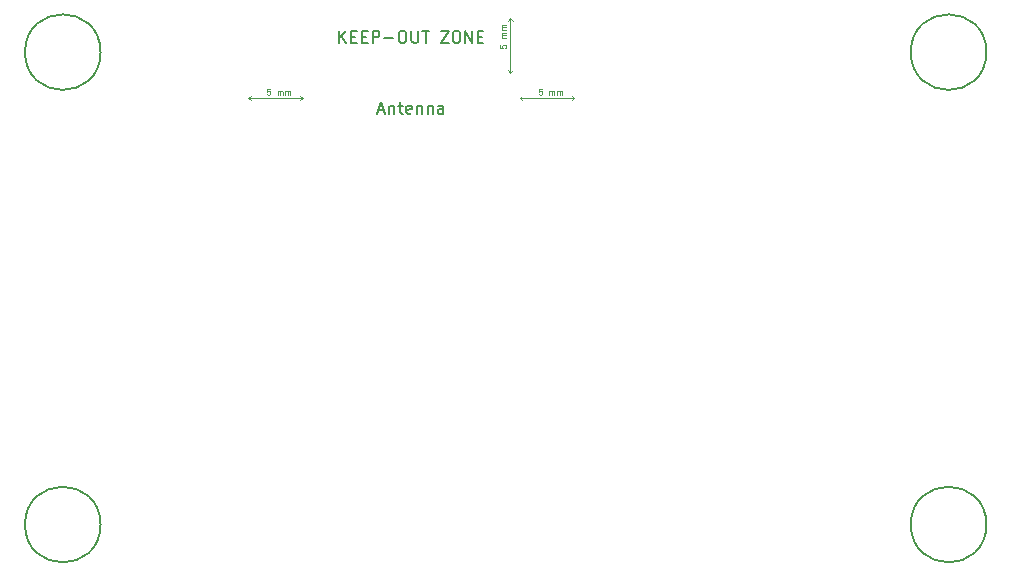
<source format=gbr>
G04 #@! TF.GenerationSoftware,KiCad,Pcbnew,6.0.9-8da3e8f707~117~ubuntu22.04.1*
G04 #@! TF.CreationDate,2022-12-19T09:45:41+00:00*
G04 #@! TF.ProjectId,esp32display,65737033-3264-4697-9370-6c61792e6b69,rev?*
G04 #@! TF.SameCoordinates,Original*
G04 #@! TF.FileFunction,Other,Comment*
%FSLAX46Y46*%
G04 Gerber Fmt 4.6, Leading zero omitted, Abs format (unit mm)*
G04 Created by KiCad (PCBNEW 6.0.9-8da3e8f707~117~ubuntu22.04.1) date 2022-12-19 09:45:41*
%MOMM*%
%LPD*%
G01*
G04 APERTURE LIST*
%ADD10C,0.100000*%
%ADD11C,0.150000*%
G04 APERTURE END LIST*
D10*
G04 #@! TO.C,U2*
X167061904Y-82101190D02*
X166823809Y-82101190D01*
X166800000Y-82339285D01*
X166823809Y-82315476D01*
X166871428Y-82291666D01*
X166990476Y-82291666D01*
X167038095Y-82315476D01*
X167061904Y-82339285D01*
X167085714Y-82386904D01*
X167085714Y-82505952D01*
X167061904Y-82553571D01*
X167038095Y-82577380D01*
X166990476Y-82601190D01*
X166871428Y-82601190D01*
X166823809Y-82577380D01*
X166800000Y-82553571D01*
X167680952Y-82601190D02*
X167680952Y-82267857D01*
X167680952Y-82315476D02*
X167704761Y-82291666D01*
X167752380Y-82267857D01*
X167823809Y-82267857D01*
X167871428Y-82291666D01*
X167895238Y-82339285D01*
X167895238Y-82601190D01*
X167895238Y-82339285D02*
X167919047Y-82291666D01*
X167966666Y-82267857D01*
X168038095Y-82267857D01*
X168085714Y-82291666D01*
X168109523Y-82339285D01*
X168109523Y-82601190D01*
X168347619Y-82601190D02*
X168347619Y-82267857D01*
X168347619Y-82315476D02*
X168371428Y-82291666D01*
X168419047Y-82267857D01*
X168490476Y-82267857D01*
X168538095Y-82291666D01*
X168561904Y-82339285D01*
X168561904Y-82601190D01*
X168561904Y-82339285D02*
X168585714Y-82291666D01*
X168633333Y-82267857D01*
X168704761Y-82267857D01*
X168752380Y-82291666D01*
X168776190Y-82339285D01*
X168776190Y-82601190D01*
D11*
X153238095Y-83916666D02*
X153714285Y-83916666D01*
X153142857Y-84202380D02*
X153476190Y-83202380D01*
X153809523Y-84202380D01*
X154142857Y-83535714D02*
X154142857Y-84202380D01*
X154142857Y-83630952D02*
X154190476Y-83583333D01*
X154285714Y-83535714D01*
X154428571Y-83535714D01*
X154523809Y-83583333D01*
X154571428Y-83678571D01*
X154571428Y-84202380D01*
X154904761Y-83535714D02*
X155285714Y-83535714D01*
X155047619Y-83202380D02*
X155047619Y-84059523D01*
X155095238Y-84154761D01*
X155190476Y-84202380D01*
X155285714Y-84202380D01*
X156000000Y-84154761D02*
X155904761Y-84202380D01*
X155714285Y-84202380D01*
X155619047Y-84154761D01*
X155571428Y-84059523D01*
X155571428Y-83678571D01*
X155619047Y-83583333D01*
X155714285Y-83535714D01*
X155904761Y-83535714D01*
X156000000Y-83583333D01*
X156047619Y-83678571D01*
X156047619Y-83773809D01*
X155571428Y-83869047D01*
X156476190Y-83535714D02*
X156476190Y-84202380D01*
X156476190Y-83630952D02*
X156523809Y-83583333D01*
X156619047Y-83535714D01*
X156761904Y-83535714D01*
X156857142Y-83583333D01*
X156904761Y-83678571D01*
X156904761Y-84202380D01*
X157380952Y-83535714D02*
X157380952Y-84202380D01*
X157380952Y-83630952D02*
X157428571Y-83583333D01*
X157523809Y-83535714D01*
X157666666Y-83535714D01*
X157761904Y-83583333D01*
X157809523Y-83678571D01*
X157809523Y-84202380D01*
X158714285Y-84202380D02*
X158714285Y-83678571D01*
X158666666Y-83583333D01*
X158571428Y-83535714D01*
X158380952Y-83535714D01*
X158285714Y-83583333D01*
X158714285Y-84154761D02*
X158619047Y-84202380D01*
X158380952Y-84202380D01*
X158285714Y-84154761D01*
X158238095Y-84059523D01*
X158238095Y-83964285D01*
X158285714Y-83869047D01*
X158380952Y-83821428D01*
X158619047Y-83821428D01*
X158714285Y-83773809D01*
X149928571Y-78202380D02*
X149928571Y-77202380D01*
X150500000Y-78202380D02*
X150071428Y-77630952D01*
X150500000Y-77202380D02*
X149928571Y-77773809D01*
X150928571Y-77678571D02*
X151261904Y-77678571D01*
X151404761Y-78202380D02*
X150928571Y-78202380D01*
X150928571Y-77202380D01*
X151404761Y-77202380D01*
X151833333Y-77678571D02*
X152166666Y-77678571D01*
X152309523Y-78202380D02*
X151833333Y-78202380D01*
X151833333Y-77202380D01*
X152309523Y-77202380D01*
X152738095Y-78202380D02*
X152738095Y-77202380D01*
X153119047Y-77202380D01*
X153214285Y-77250000D01*
X153261904Y-77297619D01*
X153309523Y-77392857D01*
X153309523Y-77535714D01*
X153261904Y-77630952D01*
X153214285Y-77678571D01*
X153119047Y-77726190D01*
X152738095Y-77726190D01*
X153738095Y-77821428D02*
X154500000Y-77821428D01*
X155166666Y-77202380D02*
X155357142Y-77202380D01*
X155452380Y-77250000D01*
X155547619Y-77345238D01*
X155595238Y-77535714D01*
X155595238Y-77869047D01*
X155547619Y-78059523D01*
X155452380Y-78154761D01*
X155357142Y-78202380D01*
X155166666Y-78202380D01*
X155071428Y-78154761D01*
X154976190Y-78059523D01*
X154928571Y-77869047D01*
X154928571Y-77535714D01*
X154976190Y-77345238D01*
X155071428Y-77250000D01*
X155166666Y-77202380D01*
X156023809Y-77202380D02*
X156023809Y-78011904D01*
X156071428Y-78107142D01*
X156119047Y-78154761D01*
X156214285Y-78202380D01*
X156404761Y-78202380D01*
X156500000Y-78154761D01*
X156547619Y-78107142D01*
X156595238Y-78011904D01*
X156595238Y-77202380D01*
X156928571Y-77202380D02*
X157500000Y-77202380D01*
X157214285Y-78202380D02*
X157214285Y-77202380D01*
X158500000Y-77202380D02*
X159166666Y-77202380D01*
X158500000Y-78202380D01*
X159166666Y-78202380D01*
X159738095Y-77202380D02*
X159928571Y-77202380D01*
X160023809Y-77250000D01*
X160119047Y-77345238D01*
X160166666Y-77535714D01*
X160166666Y-77869047D01*
X160119047Y-78059523D01*
X160023809Y-78154761D01*
X159928571Y-78202380D01*
X159738095Y-78202380D01*
X159642857Y-78154761D01*
X159547619Y-78059523D01*
X159500000Y-77869047D01*
X159500000Y-77535714D01*
X159547619Y-77345238D01*
X159642857Y-77250000D01*
X159738095Y-77202380D01*
X160595238Y-78202380D02*
X160595238Y-77202380D01*
X161166666Y-78202380D01*
X161166666Y-77202380D01*
X161642857Y-77678571D02*
X161976190Y-77678571D01*
X162119047Y-78202380D02*
X161642857Y-78202380D01*
X161642857Y-77202380D01*
X162119047Y-77202380D01*
D10*
X144061904Y-82101190D02*
X143823809Y-82101190D01*
X143800000Y-82339285D01*
X143823809Y-82315476D01*
X143871428Y-82291666D01*
X143990476Y-82291666D01*
X144038095Y-82315476D01*
X144061904Y-82339285D01*
X144085714Y-82386904D01*
X144085714Y-82505952D01*
X144061904Y-82553571D01*
X144038095Y-82577380D01*
X143990476Y-82601190D01*
X143871428Y-82601190D01*
X143823809Y-82577380D01*
X143800000Y-82553571D01*
X144680952Y-82601190D02*
X144680952Y-82267857D01*
X144680952Y-82315476D02*
X144704761Y-82291666D01*
X144752380Y-82267857D01*
X144823809Y-82267857D01*
X144871428Y-82291666D01*
X144895238Y-82339285D01*
X144895238Y-82601190D01*
X144895238Y-82339285D02*
X144919047Y-82291666D01*
X144966666Y-82267857D01*
X145038095Y-82267857D01*
X145085714Y-82291666D01*
X145109523Y-82339285D01*
X145109523Y-82601190D01*
X145347619Y-82601190D02*
X145347619Y-82267857D01*
X145347619Y-82315476D02*
X145371428Y-82291666D01*
X145419047Y-82267857D01*
X145490476Y-82267857D01*
X145538095Y-82291666D01*
X145561904Y-82339285D01*
X145561904Y-82601190D01*
X145561904Y-82339285D02*
X145585714Y-82291666D01*
X145633333Y-82267857D01*
X145704761Y-82267857D01*
X145752380Y-82291666D01*
X145776190Y-82339285D01*
X145776190Y-82601190D01*
X163526190Y-78413095D02*
X163526190Y-78651190D01*
X163764285Y-78675000D01*
X163740476Y-78651190D01*
X163716666Y-78603571D01*
X163716666Y-78484523D01*
X163740476Y-78436904D01*
X163764285Y-78413095D01*
X163811904Y-78389285D01*
X163930952Y-78389285D01*
X163978571Y-78413095D01*
X164002380Y-78436904D01*
X164026190Y-78484523D01*
X164026190Y-78603571D01*
X164002380Y-78651190D01*
X163978571Y-78675000D01*
X164026190Y-77794047D02*
X163692857Y-77794047D01*
X163740476Y-77794047D02*
X163716666Y-77770238D01*
X163692857Y-77722619D01*
X163692857Y-77651190D01*
X163716666Y-77603571D01*
X163764285Y-77579761D01*
X164026190Y-77579761D01*
X163764285Y-77579761D02*
X163716666Y-77555952D01*
X163692857Y-77508333D01*
X163692857Y-77436904D01*
X163716666Y-77389285D01*
X163764285Y-77365476D01*
X164026190Y-77365476D01*
X164026190Y-77127380D02*
X163692857Y-77127380D01*
X163740476Y-77127380D02*
X163716666Y-77103571D01*
X163692857Y-77055952D01*
X163692857Y-76984523D01*
X163716666Y-76936904D01*
X163764285Y-76913095D01*
X164026190Y-76913095D01*
X163764285Y-76913095D02*
X163716666Y-76889285D01*
X163692857Y-76841666D01*
X163692857Y-76770238D01*
X163716666Y-76722619D01*
X163764285Y-76698809D01*
X164026190Y-76698809D01*
X165200000Y-82875000D02*
X165400000Y-83075000D01*
X142200000Y-82875000D02*
X142400000Y-82675000D01*
X165200000Y-82875000D02*
X169800000Y-82875000D01*
X164400000Y-80750000D02*
X164200000Y-80550000D01*
X169800000Y-82875000D02*
X169600000Y-82675000D01*
X164400000Y-76150000D02*
X164600000Y-76350000D01*
X146800000Y-82875000D02*
X146600000Y-82675000D01*
X146800000Y-82875000D02*
X146600000Y-83075000D01*
X165200000Y-82875000D02*
X165400000Y-82675000D01*
X142200000Y-82875000D02*
X146800000Y-82875000D01*
X169800000Y-82875000D02*
X169600000Y-83075000D01*
X142200000Y-82875000D02*
X142400000Y-83075000D01*
X164400000Y-76150000D02*
X164200000Y-76350000D01*
X164400000Y-80750000D02*
X164400000Y-76150000D01*
X164400000Y-80750000D02*
X164600000Y-80550000D01*
D11*
G04 #@! TO.C,REF\u002A\u002A*
X204700000Y-119000000D02*
G75*
G03*
X204700000Y-119000000I-3200000J0D01*
G01*
X204700000Y-79000000D02*
G75*
G03*
X204700000Y-79000000I-3200000J0D01*
G01*
X129700000Y-79000000D02*
G75*
G03*
X129700000Y-79000000I-3200000J0D01*
G01*
X129700000Y-119000000D02*
G75*
G03*
X129700000Y-119000000I-3200000J0D01*
G01*
G04 #@! TD*
M02*

</source>
